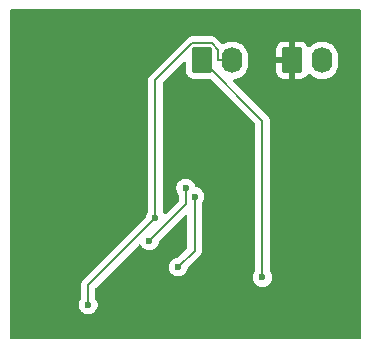
<source format=gbr>
%TF.GenerationSoftware,KiCad,Pcbnew,9.0.1*%
%TF.CreationDate,2025-04-28T22:48:43+02:00*%
%TF.ProjectId,SCS Red Led,53435320-5265-4642-904c-65642e6b6963,rev?*%
%TF.SameCoordinates,Original*%
%TF.FileFunction,Copper,L2,Bot*%
%TF.FilePolarity,Positive*%
%FSLAX46Y46*%
G04 Gerber Fmt 4.6, Leading zero omitted, Abs format (unit mm)*
G04 Created by KiCad (PCBNEW 9.0.1) date 2025-04-28 22:48:43*
%MOMM*%
%LPD*%
G01*
G04 APERTURE LIST*
G04 Aperture macros list*
%AMRoundRect*
0 Rectangle with rounded corners*
0 $1 Rounding radius*
0 $2 $3 $4 $5 $6 $7 $8 $9 X,Y pos of 4 corners*
0 Add a 4 corners polygon primitive as box body*
4,1,4,$2,$3,$4,$5,$6,$7,$8,$9,$2,$3,0*
0 Add four circle primitives for the rounded corners*
1,1,$1+$1,$2,$3*
1,1,$1+$1,$4,$5*
1,1,$1+$1,$6,$7*
1,1,$1+$1,$8,$9*
0 Add four rect primitives between the rounded corners*
20,1,$1+$1,$2,$3,$4,$5,0*
20,1,$1+$1,$4,$5,$6,$7,0*
20,1,$1+$1,$6,$7,$8,$9,0*
20,1,$1+$1,$8,$9,$2,$3,0*%
G04 Aperture macros list end*
%TA.AperFunction,ComponentPad*%
%ADD10RoundRect,0.250000X-0.620000X-0.845000X0.620000X-0.845000X0.620000X0.845000X-0.620000X0.845000X0*%
%TD*%
%TA.AperFunction,ComponentPad*%
%ADD11O,1.740000X2.190000*%
%TD*%
%TA.AperFunction,ComponentPad*%
%ADD12C,0.500000*%
%TD*%
%TA.AperFunction,SMDPad,CuDef*%
%ADD13O,3.000000X2.000000*%
%TD*%
%TA.AperFunction,ViaPad*%
%ADD14C,0.600000*%
%TD*%
%TA.AperFunction,Conductor*%
%ADD15C,0.200000*%
%TD*%
G04 APERTURE END LIST*
D10*
%TO.P,J2,1,Pin_1*%
%TO.N,GND*%
X89408000Y-69088000D03*
D11*
%TO.P,J2,2,Pin_2*%
%TO.N,+12V*%
X91948000Y-69088000D03*
%TD*%
D10*
%TO.P,J1,1,Pin_1*%
%TO.N,/LED_Power*%
X81788000Y-69088000D03*
D11*
%TO.P,J1,2,Pin_2*%
%TO.N,/Raw_PCB_State_OK*%
X84328000Y-69088000D03*
%TD*%
D12*
%TO.P,U6,2,GND*%
%TO.N,GND*%
X91440000Y-77470000D03*
D13*
X90940000Y-77470000D03*
D12*
X90440000Y-77470000D03*
%TD*%
D14*
%TO.N,GND*%
X71374000Y-76708000D03*
X75438000Y-80518000D03*
X72390000Y-67310000D03*
X75946000Y-72136000D03*
%TO.N,+5V*%
X77327200Y-84351300D03*
X80391100Y-79887500D03*
%TO.N,/LED_Power*%
X86894600Y-87461000D03*
%TO.N,/Raw_PCB_State_OK*%
X72133800Y-89792800D03*
X77836800Y-82433800D03*
%TO.N,/SCS_Compliance*%
X81144200Y-80613600D03*
X79755100Y-86583100D03*
%TD*%
D15*
%TO.N,+5V*%
X80391100Y-79889100D02*
X80391100Y-81287400D01*
X80391100Y-81287400D02*
X77327200Y-84351300D01*
X80391100Y-79889100D02*
X80391100Y-79887500D01*
%TO.N,/LED_Power*%
X86894600Y-74194600D02*
X86894600Y-87461000D01*
X81788000Y-69088000D02*
X86894600Y-74194600D01*
%TO.N,/Raw_PCB_State_OK*%
X84328000Y-69088000D02*
X83156300Y-69088000D01*
X77836800Y-82433800D02*
X72133800Y-88136800D01*
X82597900Y-67650800D02*
X80952100Y-67650800D01*
X80952100Y-67650800D02*
X77836800Y-70766100D01*
X83156300Y-68209200D02*
X82597900Y-67650800D01*
X72133800Y-88136800D02*
X72133800Y-89792800D01*
X83156300Y-69088000D02*
X83156300Y-68209200D01*
X77836800Y-70766100D02*
X77836800Y-82433800D01*
%TO.N,/SCS_Compliance*%
X81144200Y-80613600D02*
X81144200Y-85194000D01*
X81144200Y-85194000D02*
X79755100Y-86583100D01*
%TD*%
%TA.AperFunction,Conductor*%
%TO.N,GND*%
G36*
X95200539Y-64782185D02*
G01*
X95246294Y-64834989D01*
X95257500Y-64886500D01*
X95257500Y-92593500D01*
X95237815Y-92660539D01*
X95185011Y-92706294D01*
X95133500Y-92717500D01*
X65648500Y-92717500D01*
X65581461Y-92697815D01*
X65535706Y-92645011D01*
X65524500Y-92593500D01*
X65524500Y-89713953D01*
X71333300Y-89713953D01*
X71333300Y-89871646D01*
X71364061Y-90026289D01*
X71364064Y-90026301D01*
X71424402Y-90171972D01*
X71424409Y-90171985D01*
X71512010Y-90303088D01*
X71512013Y-90303092D01*
X71623507Y-90414586D01*
X71623511Y-90414589D01*
X71754614Y-90502190D01*
X71754627Y-90502197D01*
X71900298Y-90562535D01*
X71900303Y-90562537D01*
X72054953Y-90593299D01*
X72054956Y-90593300D01*
X72054958Y-90593300D01*
X72212644Y-90593300D01*
X72212645Y-90593299D01*
X72367297Y-90562537D01*
X72512979Y-90502194D01*
X72644089Y-90414589D01*
X72755589Y-90303089D01*
X72843194Y-90171979D01*
X72903537Y-90026297D01*
X72934300Y-89871642D01*
X72934300Y-89713958D01*
X72934300Y-89713955D01*
X72934299Y-89713953D01*
X72903538Y-89559310D01*
X72903537Y-89559303D01*
X72903535Y-89559298D01*
X72843197Y-89413627D01*
X72843190Y-89413614D01*
X72755198Y-89281925D01*
X72734320Y-89215247D01*
X72734300Y-89213034D01*
X72734300Y-88436896D01*
X72753985Y-88369857D01*
X72770614Y-88349220D01*
X76420007Y-84699826D01*
X76481328Y-84666343D01*
X76551020Y-84671327D01*
X76606953Y-84713199D01*
X76617041Y-84729050D01*
X76617803Y-84730475D01*
X76705410Y-84861588D01*
X76705413Y-84861592D01*
X76816907Y-84973086D01*
X76816911Y-84973089D01*
X76948014Y-85060690D01*
X76948027Y-85060697D01*
X77093698Y-85121035D01*
X77093703Y-85121037D01*
X77248353Y-85151799D01*
X77248356Y-85151800D01*
X77248358Y-85151800D01*
X77406044Y-85151800D01*
X77406045Y-85151799D01*
X77560697Y-85121037D01*
X77706379Y-85060694D01*
X77837489Y-84973089D01*
X77948989Y-84861589D01*
X78036594Y-84730479D01*
X78096937Y-84584797D01*
X78127700Y-84430142D01*
X78127838Y-84429450D01*
X78160223Y-84367539D01*
X78161718Y-84366016D01*
X80332019Y-82195716D01*
X80393342Y-82162231D01*
X80463034Y-82167215D01*
X80518967Y-82209087D01*
X80543384Y-82274551D01*
X80543700Y-82283397D01*
X80543700Y-84893903D01*
X80524015Y-84960942D01*
X80507381Y-84981584D01*
X79740439Y-85748525D01*
X79679116Y-85782010D01*
X79676950Y-85782461D01*
X79521608Y-85813361D01*
X79521598Y-85813364D01*
X79375927Y-85873702D01*
X79375914Y-85873709D01*
X79244811Y-85961310D01*
X79244807Y-85961313D01*
X79133313Y-86072807D01*
X79133310Y-86072811D01*
X79045709Y-86203914D01*
X79045702Y-86203927D01*
X78985364Y-86349598D01*
X78985361Y-86349610D01*
X78954600Y-86504253D01*
X78954600Y-86661946D01*
X78985361Y-86816589D01*
X78985364Y-86816601D01*
X79045702Y-86962272D01*
X79045709Y-86962285D01*
X79133310Y-87093388D01*
X79133313Y-87093392D01*
X79244807Y-87204886D01*
X79244811Y-87204889D01*
X79375914Y-87292490D01*
X79375927Y-87292497D01*
X79521598Y-87352835D01*
X79521603Y-87352837D01*
X79668994Y-87382155D01*
X79676253Y-87383599D01*
X79676256Y-87383600D01*
X79676258Y-87383600D01*
X79833944Y-87383600D01*
X79833945Y-87383599D01*
X79988597Y-87352837D01*
X80134279Y-87292494D01*
X80265389Y-87204889D01*
X80376889Y-87093389D01*
X80464494Y-86962279D01*
X80524837Y-86816597D01*
X80544213Y-86719185D01*
X80555738Y-86661250D01*
X80588123Y-86599339D01*
X80589620Y-86597814D01*
X81512913Y-85674521D01*
X81512916Y-85674520D01*
X81624720Y-85562716D01*
X81674839Y-85475904D01*
X81703777Y-85425785D01*
X81744700Y-85273057D01*
X81744700Y-85114943D01*
X81744700Y-81193365D01*
X81764385Y-81126326D01*
X81765598Y-81124474D01*
X81812460Y-81054341D01*
X81853594Y-80992779D01*
X81913937Y-80847097D01*
X81944700Y-80692442D01*
X81944700Y-80534758D01*
X81944700Y-80534755D01*
X81944699Y-80534753D01*
X81930834Y-80465051D01*
X81913937Y-80380103D01*
X81913935Y-80380098D01*
X81853597Y-80234427D01*
X81853590Y-80234414D01*
X81765989Y-80103311D01*
X81765986Y-80103307D01*
X81654492Y-79991813D01*
X81654488Y-79991810D01*
X81523385Y-79904209D01*
X81523372Y-79904202D01*
X81377701Y-79843864D01*
X81377691Y-79843861D01*
X81272486Y-79822934D01*
X81210575Y-79790549D01*
X81176001Y-79729833D01*
X81175061Y-79725509D01*
X81160838Y-79654008D01*
X81160837Y-79654007D01*
X81160837Y-79654003D01*
X81160835Y-79653998D01*
X81100497Y-79508327D01*
X81100490Y-79508314D01*
X81012889Y-79377211D01*
X81012886Y-79377207D01*
X80901392Y-79265713D01*
X80901388Y-79265710D01*
X80770285Y-79178109D01*
X80770272Y-79178102D01*
X80624601Y-79117764D01*
X80624589Y-79117761D01*
X80469945Y-79087000D01*
X80469942Y-79087000D01*
X80312258Y-79087000D01*
X80312255Y-79087000D01*
X80157610Y-79117761D01*
X80157598Y-79117764D01*
X80011927Y-79178102D01*
X80011914Y-79178109D01*
X79880811Y-79265710D01*
X79880807Y-79265713D01*
X79769313Y-79377207D01*
X79769310Y-79377211D01*
X79681709Y-79508314D01*
X79681702Y-79508327D01*
X79621364Y-79653998D01*
X79621361Y-79654010D01*
X79590600Y-79808653D01*
X79590600Y-79966346D01*
X79621361Y-80120989D01*
X79621364Y-80121001D01*
X79681702Y-80266672D01*
X79681709Y-80266685D01*
X79769702Y-80398374D01*
X79790580Y-80465051D01*
X79790600Y-80467265D01*
X79790600Y-80987302D01*
X79770915Y-81054341D01*
X79754281Y-81074983D01*
X78743993Y-82085270D01*
X78725270Y-82095493D01*
X78709337Y-82109680D01*
X78695215Y-82111904D01*
X78682670Y-82118755D01*
X78661391Y-82117233D01*
X78640319Y-82120553D01*
X78627237Y-82114790D01*
X78612978Y-82113771D01*
X78595900Y-82100986D01*
X78576378Y-82092387D01*
X78564018Y-82077119D01*
X78557045Y-82071899D01*
X78552909Y-82066027D01*
X78547589Y-82057989D01*
X78546194Y-82054621D01*
X78458589Y-81923511D01*
X78458576Y-81923498D01*
X78457897Y-81922472D01*
X78447673Y-81889314D01*
X78437320Y-81856247D01*
X78437315Y-81855716D01*
X78437311Y-81855703D01*
X78437314Y-81855688D01*
X78437300Y-81854034D01*
X78437300Y-71066197D01*
X78456985Y-70999158D01*
X78473619Y-70978516D01*
X79272454Y-70179681D01*
X80205821Y-69246313D01*
X80267142Y-69212830D01*
X80336834Y-69217814D01*
X80392767Y-69259686D01*
X80417184Y-69325150D01*
X80417500Y-69333996D01*
X80417500Y-69983001D01*
X80417501Y-69983019D01*
X80428000Y-70085796D01*
X80428001Y-70085799D01*
X80459111Y-70179681D01*
X80483186Y-70252334D01*
X80575288Y-70401656D01*
X80699344Y-70525712D01*
X80848666Y-70617814D01*
X81015203Y-70672999D01*
X81117991Y-70683500D01*
X82458008Y-70683499D01*
X82468576Y-70682419D01*
X82537268Y-70695187D01*
X82568861Y-70718096D01*
X86257781Y-74407016D01*
X86291266Y-74468339D01*
X86294100Y-74494697D01*
X86294100Y-86881234D01*
X86274415Y-86948273D01*
X86273202Y-86950125D01*
X86185209Y-87081814D01*
X86185202Y-87081827D01*
X86124864Y-87227498D01*
X86124861Y-87227510D01*
X86094100Y-87382153D01*
X86094100Y-87539846D01*
X86124861Y-87694489D01*
X86124864Y-87694501D01*
X86185202Y-87840172D01*
X86185209Y-87840185D01*
X86272810Y-87971288D01*
X86272813Y-87971292D01*
X86384307Y-88082786D01*
X86384311Y-88082789D01*
X86515414Y-88170390D01*
X86515427Y-88170397D01*
X86625179Y-88215857D01*
X86661103Y-88230737D01*
X86815753Y-88261499D01*
X86815756Y-88261500D01*
X86815758Y-88261500D01*
X86973444Y-88261500D01*
X86973445Y-88261499D01*
X87128097Y-88230737D01*
X87273779Y-88170394D01*
X87404889Y-88082789D01*
X87516389Y-87971289D01*
X87603994Y-87840179D01*
X87608328Y-87829717D01*
X87664335Y-87694501D01*
X87664337Y-87694497D01*
X87695100Y-87539842D01*
X87695100Y-87382158D01*
X87695100Y-87382155D01*
X87695099Y-87382153D01*
X87677265Y-87292497D01*
X87664337Y-87227503D01*
X87608786Y-87093389D01*
X87603997Y-87081827D01*
X87603990Y-87081814D01*
X87515998Y-86950125D01*
X87495120Y-86883447D01*
X87495100Y-86881234D01*
X87495100Y-74283659D01*
X87495101Y-74283646D01*
X87495101Y-74115545D01*
X87495101Y-74115543D01*
X87454177Y-73962815D01*
X87425239Y-73912695D01*
X87375120Y-73825884D01*
X87263316Y-73714080D01*
X87263315Y-73714079D01*
X87258985Y-73709749D01*
X87258974Y-73709739D01*
X84432592Y-70883357D01*
X84399107Y-70822034D01*
X84404091Y-70752342D01*
X84445963Y-70696409D01*
X84500875Y-70673203D01*
X84529345Y-70668693D01*
X84648926Y-70649754D01*
X84854089Y-70583092D01*
X85046299Y-70485157D01*
X85220821Y-70358359D01*
X85373359Y-70205821D01*
X85500157Y-70031299D01*
X85598092Y-69839089D01*
X85664754Y-69633926D01*
X85679752Y-69539230D01*
X85698500Y-69420866D01*
X85698500Y-68755133D01*
X85664754Y-68542077D01*
X85664754Y-68542074D01*
X85598092Y-68336911D01*
X85524773Y-68193013D01*
X88038000Y-68193013D01*
X88038000Y-68838000D01*
X88865291Y-68838000D01*
X88853548Y-68858339D01*
X88813000Y-69009667D01*
X88813000Y-69166333D01*
X88853548Y-69317661D01*
X88865291Y-69338000D01*
X88038001Y-69338000D01*
X88038001Y-69982986D01*
X88048494Y-70085697D01*
X88103641Y-70252119D01*
X88103643Y-70252124D01*
X88195684Y-70401345D01*
X88319654Y-70525315D01*
X88468875Y-70617356D01*
X88468880Y-70617358D01*
X88635302Y-70672505D01*
X88635309Y-70672506D01*
X88738019Y-70682999D01*
X89157999Y-70682999D01*
X89158000Y-70682998D01*
X89158000Y-69630709D01*
X89178339Y-69642452D01*
X89329667Y-69683000D01*
X89486333Y-69683000D01*
X89637661Y-69642452D01*
X89658000Y-69630709D01*
X89658000Y-70682999D01*
X90077972Y-70682999D01*
X90077986Y-70682998D01*
X90180697Y-70672505D01*
X90347119Y-70617358D01*
X90347124Y-70617356D01*
X90496345Y-70525315D01*
X90620315Y-70401345D01*
X90712354Y-70252127D01*
X90712745Y-70251289D01*
X90713167Y-70250809D01*
X90716149Y-70245975D01*
X90716974Y-70246484D01*
X90758910Y-70198843D01*
X90826100Y-70179681D01*
X90892984Y-70199887D01*
X90912816Y-70215996D01*
X91055179Y-70358359D01*
X91229701Y-70485157D01*
X91421911Y-70583092D01*
X91627074Y-70649754D01*
X91706973Y-70662408D01*
X91840134Y-70683500D01*
X91840139Y-70683500D01*
X92055866Y-70683500D01*
X92174230Y-70664752D01*
X92268926Y-70649754D01*
X92474089Y-70583092D01*
X92666299Y-70485157D01*
X92840821Y-70358359D01*
X92993359Y-70205821D01*
X93120157Y-70031299D01*
X93218092Y-69839089D01*
X93284754Y-69633926D01*
X93299752Y-69539230D01*
X93318500Y-69420866D01*
X93318500Y-68755133D01*
X93284754Y-68542077D01*
X93284754Y-68542074D01*
X93218092Y-68336911D01*
X93120157Y-68144701D01*
X92993359Y-67970179D01*
X92840821Y-67817641D01*
X92666299Y-67690843D01*
X92474089Y-67592908D01*
X92268926Y-67526246D01*
X92268924Y-67526245D01*
X92268922Y-67526245D01*
X92055866Y-67492500D01*
X92055861Y-67492500D01*
X91840139Y-67492500D01*
X91840134Y-67492500D01*
X91627077Y-67526245D01*
X91421908Y-67592909D01*
X91229700Y-67690843D01*
X91055180Y-67817640D01*
X90912816Y-67960004D01*
X90851493Y-67993488D01*
X90781801Y-67988504D01*
X90725868Y-67946632D01*
X90712748Y-67924716D01*
X90712356Y-67923876D01*
X90620315Y-67774654D01*
X90496345Y-67650684D01*
X90347124Y-67558643D01*
X90347119Y-67558641D01*
X90180697Y-67503494D01*
X90180690Y-67503493D01*
X90077986Y-67493000D01*
X89658000Y-67493000D01*
X89658000Y-68545290D01*
X89637661Y-68533548D01*
X89486333Y-68493000D01*
X89329667Y-68493000D01*
X89178339Y-68533548D01*
X89158000Y-68545290D01*
X89158000Y-67493000D01*
X88738028Y-67493000D01*
X88738012Y-67493001D01*
X88635302Y-67503494D01*
X88468880Y-67558641D01*
X88468875Y-67558643D01*
X88319654Y-67650684D01*
X88195684Y-67774654D01*
X88103643Y-67923875D01*
X88103641Y-67923880D01*
X88048494Y-68090302D01*
X88048493Y-68090309D01*
X88038000Y-68193013D01*
X85524773Y-68193013D01*
X85500157Y-68144701D01*
X85373359Y-67970179D01*
X85220821Y-67817641D01*
X85046299Y-67690843D01*
X84854089Y-67592908D01*
X84648926Y-67526246D01*
X84648924Y-67526245D01*
X84648922Y-67526245D01*
X84435866Y-67492500D01*
X84435861Y-67492500D01*
X84220139Y-67492500D01*
X84220134Y-67492500D01*
X84007077Y-67526245D01*
X83801905Y-67592910D01*
X83608805Y-67691299D01*
X83540136Y-67704195D01*
X83475396Y-67677918D01*
X83464830Y-67668495D01*
X83085490Y-67289155D01*
X83085488Y-67289152D01*
X82966617Y-67170281D01*
X82966616Y-67170280D01*
X82879804Y-67120160D01*
X82879804Y-67120159D01*
X82879800Y-67120158D01*
X82829685Y-67091223D01*
X82676957Y-67050299D01*
X82518843Y-67050299D01*
X82511247Y-67050299D01*
X82511231Y-67050300D01*
X81038770Y-67050300D01*
X81038754Y-67050299D01*
X81031158Y-67050299D01*
X80873043Y-67050299D01*
X80796679Y-67070761D01*
X80720314Y-67091223D01*
X80720309Y-67091226D01*
X80583390Y-67170275D01*
X80583382Y-67170281D01*
X77356281Y-70397382D01*
X77356279Y-70397385D01*
X77306161Y-70484194D01*
X77306159Y-70484196D01*
X77277225Y-70534309D01*
X77277224Y-70534310D01*
X77277223Y-70534315D01*
X77236299Y-70687043D01*
X77236299Y-70687045D01*
X77236299Y-70855146D01*
X77236300Y-70855159D01*
X77236300Y-81854034D01*
X77216615Y-81921073D01*
X77215402Y-81922925D01*
X77127409Y-82054614D01*
X77127402Y-82054627D01*
X77067064Y-82200298D01*
X77067061Y-82200308D01*
X77036161Y-82355650D01*
X77003776Y-82417561D01*
X77002225Y-82419139D01*
X71653281Y-87768082D01*
X71653280Y-87768084D01*
X71617697Y-87829716D01*
X71574223Y-87905015D01*
X71533299Y-88057743D01*
X71533299Y-88057745D01*
X71533299Y-88225846D01*
X71533300Y-88225859D01*
X71533300Y-89213034D01*
X71513615Y-89280073D01*
X71512402Y-89281925D01*
X71424409Y-89413614D01*
X71424402Y-89413627D01*
X71364064Y-89559298D01*
X71364061Y-89559310D01*
X71333300Y-89713953D01*
X65524500Y-89713953D01*
X65524500Y-64886500D01*
X65544185Y-64819461D01*
X65596989Y-64773706D01*
X65648500Y-64762500D01*
X95133500Y-64762500D01*
X95200539Y-64782185D01*
G37*
%TD.AperFunction*%
%TD*%
M02*

</source>
